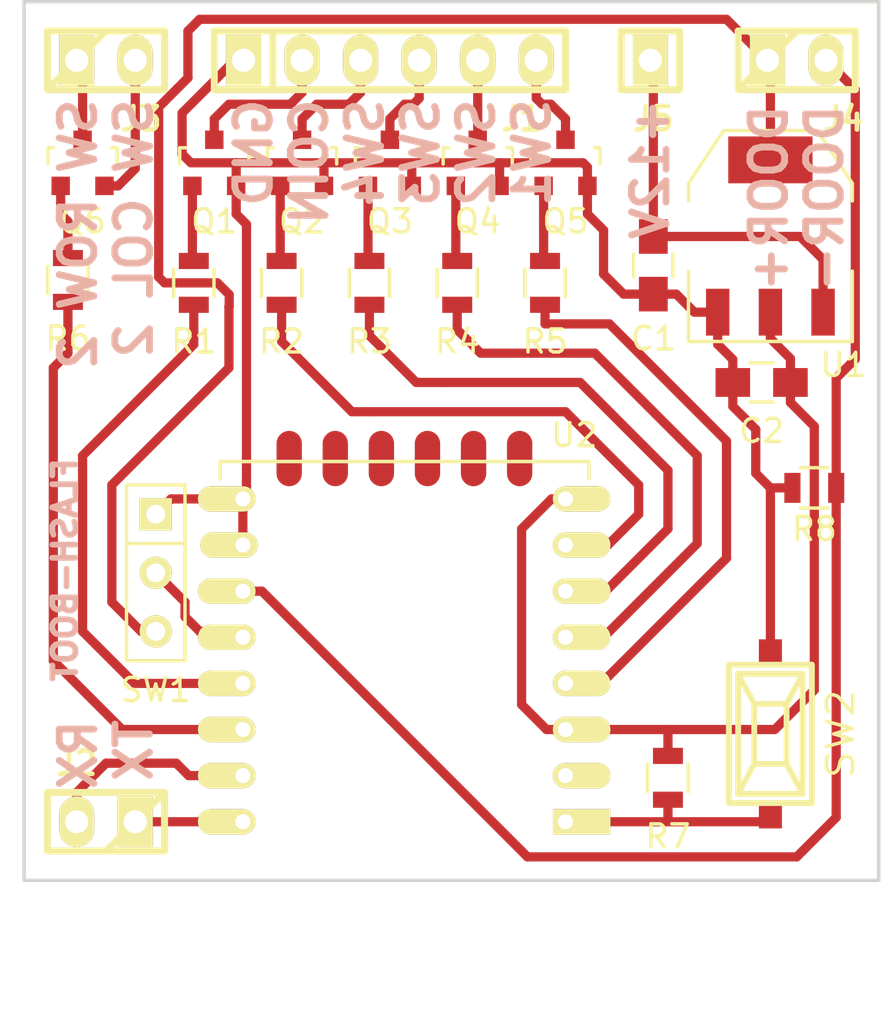
<source format=kicad_pcb>
(kicad_pcb (version 4) (host pcbnew 4.0.4+dfsg1-stable)

  (general
    (links 48)
    (no_connects 1)
    (area -0.075001 -0.075001 37.159001 38.175001)
    (thickness 1.6)
    (drawings 10)
    (tracks 198)
    (zones 0)
    (modules 25)
    (nets 35)
  )

  (page A4)
  (layers
    (0 F.Cu signal)
    (31 B.Cu signal)
    (32 B.Adhes user)
    (33 F.Adhes user)
    (34 B.Paste user)
    (35 F.Paste user)
    (36 B.SilkS user)
    (37 F.SilkS user)
    (38 B.Mask user)
    (39 F.Mask user)
    (40 Dwgs.User user)
    (41 Cmts.User user)
    (42 Eco1.User user)
    (43 Eco2.User user)
    (44 Edge.Cuts user)
    (45 Margin user)
    (46 B.CrtYd user)
    (47 F.CrtYd user)
    (48 B.Fab user)
    (49 F.Fab user)
  )

  (setup
    (last_trace_width 0.4)
    (trace_clearance 0.35)
    (zone_clearance 0.3)
    (zone_45_only yes)
    (trace_min 0.3)
    (segment_width 0.2)
    (edge_width 0.15)
    (via_size 0.65)
    (via_drill 0.4)
    (via_min_size 0.4)
    (via_min_drill 0.3)
    (uvia_size 0.3)
    (uvia_drill 0.1)
    (uvias_allowed no)
    (uvia_min_size 0.2)
    (uvia_min_drill 0.1)
    (pcb_text_width 0.3)
    (pcb_text_size 1.5 1.5)
    (mod_edge_width 0.15)
    (mod_text_size 1 1)
    (mod_text_width 0.15)
    (pad_size 1.524 1.524)
    (pad_drill 0.762)
    (pad_to_mask_clearance 0.2)
    (aux_axis_origin 0 0)
    (visible_elements 7FFEFFFF)
    (pcbplotparams
      (layerselection 0x00030_80000001)
      (usegerberextensions false)
      (excludeedgelayer true)
      (linewidth 0.100000)
      (plotframeref false)
      (viasonmask false)
      (mode 1)
      (useauxorigin false)
      (hpglpennumber 1)
      (hpglpenspeed 20)
      (hpglpendiameter 15)
      (hpglpenoverlay 2)
      (psnegative false)
      (psa4output false)
      (plotreference true)
      (plotvalue true)
      (plotinvisibletext false)
      (padsonsilk false)
      (subtractmaskfromsilk false)
      (outputformat 1)
      (mirror false)
      (drillshape 1)
      (scaleselection 1)
      (outputdirectory ""))
  )

  (net 0 "")
  (net 1 GND)
  (net 2 VCC)
  (net 3 "Net-(J3-Pad2)")
  (net 4 +12V)
  (net 5 "Net-(Q1-Pad1)")
  (net 6 "Net-(Q2-Pad1)")
  (net 7 "Net-(Q3-Pad1)")
  (net 8 "Net-(Q4-Pad1)")
  (net 9 "Net-(Q5-Pad1)")
  (net 10 "Net-(Q6-Pad1)")
  (net 11 /COIN)
  (net 12 /TXD)
  (net 13 /RXD)
  (net 14 "Net-(J3-Pad1)")
  (net 15 "Net-(R1-Pad2)")
  (net 16 "Net-(R2-Pad2)")
  (net 17 "Net-(R3-Pad2)")
  (net 18 "Net-(R4-Pad2)")
  (net 19 "Net-(R5-Pad2)")
  (net 20 FLASH)
  (net 21 "Net-(U2-Pad2)")
  (net 22 "Net-(U2-Pad9)")
  (net 23 "Net-(U2-Pad10)")
  (net 24 "Net-(U2-Pad11)")
  (net 25 "Net-(U2-Pad12)")
  (net 26 "Net-(U2-Pad13)")
  (net 27 "Net-(U2-Pad14)")
  (net 28 /Pinball-SW4)
  (net 29 /Pinball-SW3)
  (net 30 /Pinball-SW2)
  (net 31 /Pinball-SW1)
  (net 32 "Net-(R7-Pad2)")
  (net 33 "Net-(R6-Pad2)")
  (net 34 DOOR-SW)

  (net_class Default "This is the default net class."
    (clearance 0.35)
    (trace_width 0.4)
    (via_dia 0.65)
    (via_drill 0.4)
    (uvia_dia 0.3)
    (uvia_drill 0.1)
    (add_net /COIN)
    (add_net /Pinball-SW1)
    (add_net /Pinball-SW2)
    (add_net /Pinball-SW3)
    (add_net /Pinball-SW4)
    (add_net /RXD)
    (add_net /TXD)
    (add_net DOOR-SW)
    (add_net FLASH)
    (add_net "Net-(J3-Pad1)")
    (add_net "Net-(J3-Pad2)")
    (add_net "Net-(Q1-Pad1)")
    (add_net "Net-(Q2-Pad1)")
    (add_net "Net-(Q3-Pad1)")
    (add_net "Net-(Q4-Pad1)")
    (add_net "Net-(Q5-Pad1)")
    (add_net "Net-(Q6-Pad1)")
    (add_net "Net-(R1-Pad2)")
    (add_net "Net-(R2-Pad2)")
    (add_net "Net-(R3-Pad2)")
    (add_net "Net-(R4-Pad2)")
    (add_net "Net-(R5-Pad2)")
    (add_net "Net-(R6-Pad2)")
    (add_net "Net-(R7-Pad2)")
    (add_net "Net-(U2-Pad10)")
    (add_net "Net-(U2-Pad11)")
    (add_net "Net-(U2-Pad12)")
    (add_net "Net-(U2-Pad13)")
    (add_net "Net-(U2-Pad14)")
    (add_net "Net-(U2-Pad2)")
    (add_net "Net-(U2-Pad9)")
  )

  (net_class GND ""
    (clearance 0.35)
    (trace_width 0.4)
    (via_dia 0.65)
    (via_drill 0.4)
    (uvia_dia 0.3)
    (uvia_drill 0.1)
    (add_net GND)
  )

  (net_class Orange ""
    (clearance 0.35)
    (trace_width 0.4)
    (via_dia 0.65)
    (via_drill 0.4)
    (uvia_dia 0.3)
    (uvia_drill 0.1)
  )

  (net_class VCC ""
    (clearance 0.35)
    (trace_width 0.4)
    (via_dia 0.65)
    (via_drill 0.4)
    (uvia_dia 0.3)
    (uvia_drill 0.1)
    (add_net +12V)
    (add_net VCC)
  )

  (module TO_SOT_Packages_SMD:SOT-23 (layer F.Cu) (tedit 583E00F3) (tstamp 583DF4DA)
    (at 15.875 6.985)
    (descr "SOT-23, Standard")
    (tags SOT-23)
    (path /582F5A20)
    (attr smd)
    (fp_text reference Q3 (at 0 2.54) (layer F.SilkS)
      (effects (font (size 1 1) (thickness 0.15)))
    )
    (fp_text value NPN_BEC (at 0 2.3) (layer F.Fab)
      (effects (font (size 1 1) (thickness 0.15)))
    )
    (fp_line (start -1.65 -1.6) (end 1.65 -1.6) (layer F.CrtYd) (width 0.05))
    (fp_line (start 1.65 -1.6) (end 1.65 1.6) (layer F.CrtYd) (width 0.05))
    (fp_line (start 1.65 1.6) (end -1.65 1.6) (layer F.CrtYd) (width 0.05))
    (fp_line (start -1.65 1.6) (end -1.65 -1.6) (layer F.CrtYd) (width 0.05))
    (fp_line (start 1.29916 -0.65024) (end 1.2509 -0.65024) (layer F.SilkS) (width 0.15))
    (fp_line (start -1.49982 0.0508) (end -1.49982 -0.65024) (layer F.SilkS) (width 0.15))
    (fp_line (start -1.49982 -0.65024) (end -1.2509 -0.65024) (layer F.SilkS) (width 0.15))
    (fp_line (start 1.29916 -0.65024) (end 1.49982 -0.65024) (layer F.SilkS) (width 0.15))
    (fp_line (start 1.49982 -0.65024) (end 1.49982 0.0508) (layer F.SilkS) (width 0.15))
    (pad 1 smd rect (at -0.95 1.00076) (size 0.8001 0.8001) (layers F.Cu F.Paste F.Mask)
      (net 7 "Net-(Q3-Pad1)"))
    (pad 2 smd rect (at 0.95 1.00076) (size 0.8001 0.8001) (layers F.Cu F.Paste F.Mask)
      (net 1 GND))
    (pad 3 smd rect (at 0 -0.99822) (size 0.8001 0.8001) (layers F.Cu F.Paste F.Mask)
      (net 29 /Pinball-SW3))
    (model TO_SOT_Packages_SMD.3dshapes/SOT-23.wrl
      (at (xyz 0 0 0))
      (scale (xyz 1 1 1))
      (rotate (xyz 0 0 0))
    )
  )

  (module TO_SOT_Packages_SMD:SOT-23 (layer F.Cu) (tedit 583E00F1) (tstamp 583DF4D4)
    (at 12.065 6.985)
    (descr "SOT-23, Standard")
    (tags SOT-23)
    (path /582F5AF2)
    (attr smd)
    (fp_text reference Q2 (at 0 2.54) (layer F.SilkS)
      (effects (font (size 1 1) (thickness 0.15)))
    )
    (fp_text value NPN_BEC (at 0 2.3) (layer F.Fab)
      (effects (font (size 1 1) (thickness 0.15)))
    )
    (fp_line (start -1.65 -1.6) (end 1.65 -1.6) (layer F.CrtYd) (width 0.05))
    (fp_line (start 1.65 -1.6) (end 1.65 1.6) (layer F.CrtYd) (width 0.05))
    (fp_line (start 1.65 1.6) (end -1.65 1.6) (layer F.CrtYd) (width 0.05))
    (fp_line (start -1.65 1.6) (end -1.65 -1.6) (layer F.CrtYd) (width 0.05))
    (fp_line (start 1.29916 -0.65024) (end 1.2509 -0.65024) (layer F.SilkS) (width 0.15))
    (fp_line (start -1.49982 0.0508) (end -1.49982 -0.65024) (layer F.SilkS) (width 0.15))
    (fp_line (start -1.49982 -0.65024) (end -1.2509 -0.65024) (layer F.SilkS) (width 0.15))
    (fp_line (start 1.29916 -0.65024) (end 1.49982 -0.65024) (layer F.SilkS) (width 0.15))
    (fp_line (start 1.49982 -0.65024) (end 1.49982 0.0508) (layer F.SilkS) (width 0.15))
    (pad 1 smd rect (at -0.95 1.00076) (size 0.8001 0.8001) (layers F.Cu F.Paste F.Mask)
      (net 6 "Net-(Q2-Pad1)"))
    (pad 2 smd rect (at 0.95 1.00076) (size 0.8001 0.8001) (layers F.Cu F.Paste F.Mask)
      (net 1 GND))
    (pad 3 smd rect (at 0 -0.99822) (size 0.8001 0.8001) (layers F.Cu F.Paste F.Mask)
      (net 28 /Pinball-SW4))
    (model TO_SOT_Packages_SMD.3dshapes/SOT-23.wrl
      (at (xyz 0 0 0))
      (scale (xyz 1 1 1))
      (rotate (xyz 0 0 0))
    )
  )

  (module TO_SOT_Packages_SMD:SOT-23 (layer F.Cu) (tedit 583E00EE) (tstamp 583DF4CE)
    (at 8.255 6.985)
    (descr "SOT-23, Standard")
    (tags SOT-23)
    (path /582F5CC9)
    (attr smd)
    (fp_text reference Q1 (at 0 2.54) (layer F.SilkS)
      (effects (font (size 1 1) (thickness 0.15)))
    )
    (fp_text value NPN_BEC (at 0 2.3) (layer F.Fab)
      (effects (font (size 1 1) (thickness 0.15)))
    )
    (fp_line (start -1.65 -1.6) (end 1.65 -1.6) (layer F.CrtYd) (width 0.05))
    (fp_line (start 1.65 -1.6) (end 1.65 1.6) (layer F.CrtYd) (width 0.05))
    (fp_line (start 1.65 1.6) (end -1.65 1.6) (layer F.CrtYd) (width 0.05))
    (fp_line (start -1.65 1.6) (end -1.65 -1.6) (layer F.CrtYd) (width 0.05))
    (fp_line (start 1.29916 -0.65024) (end 1.2509 -0.65024) (layer F.SilkS) (width 0.15))
    (fp_line (start -1.49982 0.0508) (end -1.49982 -0.65024) (layer F.SilkS) (width 0.15))
    (fp_line (start -1.49982 -0.65024) (end -1.2509 -0.65024) (layer F.SilkS) (width 0.15))
    (fp_line (start 1.29916 -0.65024) (end 1.49982 -0.65024) (layer F.SilkS) (width 0.15))
    (fp_line (start 1.49982 -0.65024) (end 1.49982 0.0508) (layer F.SilkS) (width 0.15))
    (pad 1 smd rect (at -0.95 1.00076) (size 0.8001 0.8001) (layers F.Cu F.Paste F.Mask)
      (net 5 "Net-(Q1-Pad1)"))
    (pad 2 smd rect (at 0.95 1.00076) (size 0.8001 0.8001) (layers F.Cu F.Paste F.Mask)
      (net 1 GND))
    (pad 3 smd rect (at 0 -0.99822) (size 0.8001 0.8001) (layers F.Cu F.Paste F.Mask)
      (net 11 /COIN))
    (model TO_SOT_Packages_SMD.3dshapes/SOT-23.wrl
      (at (xyz 0 0 0))
      (scale (xyz 1 1 1))
      (rotate (xyz 0 0 0))
    )
  )

  (module TO_SOT_Packages_SMD:SOT-223 (layer F.Cu) (tedit 583EF0E9) (tstamp 5836CC1F)
    (at 32.385 10.16)
    (descr "module CMS SOT223 4 pins")
    (tags "CMS SOT")
    (path /582DE7D0)
    (attr smd)
    (fp_text reference U1 (at 3.175 5.588) (layer F.SilkS)
      (effects (font (size 1 1) (thickness 0.15)))
    )
    (fp_text value LM1117-3.3 (at 0 0.762) (layer F.Fab)
      (effects (font (size 1 1) (thickness 0.15)))
    )
    (fp_line (start -3.556 1.524) (end -3.556 4.572) (layer F.SilkS) (width 0.15))
    (fp_line (start -3.556 4.572) (end 3.556 4.572) (layer F.SilkS) (width 0.15))
    (fp_line (start 3.556 4.572) (end 3.556 1.524) (layer F.SilkS) (width 0.15))
    (fp_line (start -3.556 -1.524) (end -3.556 -2.286) (layer F.SilkS) (width 0.15))
    (fp_line (start -3.556 -2.286) (end -2.032 -4.572) (layer F.SilkS) (width 0.15))
    (fp_line (start -2.032 -4.572) (end 2.032 -4.572) (layer F.SilkS) (width 0.15))
    (fp_line (start 2.032 -4.572) (end 3.556 -2.286) (layer F.SilkS) (width 0.15))
    (fp_line (start 3.556 -2.286) (end 3.556 -1.524) (layer F.SilkS) (width 0.15))
    (pad 4 smd rect (at 0 -3.302) (size 3.6576 2.032) (layers F.Cu F.Paste F.Mask)
      (net 2 VCC))
    (pad 2 smd rect (at 0 3.302) (size 1.016 2.032) (layers F.Cu F.Paste F.Mask)
      (net 2 VCC))
    (pad 3 smd rect (at 2.286 3.302) (size 1.016 2.032) (layers F.Cu F.Paste F.Mask)
      (net 4 +12V))
    (pad 1 smd rect (at -2.286 3.302) (size 1.016 2.032) (layers F.Cu F.Paste F.Mask)
      (net 1 GND))
    (model TO_SOT_Packages_SMD.3dshapes/SOT-223.wrl
      (at (xyz 0 0 0))
      (scale (xyz 0.4 0.4 0.4))
      (rotate (xyz 0 0 0))
    )
  )

  (module Capacitors_SMD:C_0805_HandSoldering (layer F.Cu) (tedit 583E00E1) (tstamp 5836CBA0)
    (at 27.305 11.43 270)
    (descr "Capacitor SMD 0805, hand soldering")
    (tags "capacitor 0805")
    (path /582E7E47)
    (attr smd)
    (fp_text reference C1 (at 3.175 0 360) (layer F.SilkS)
      (effects (font (size 1 1) (thickness 0.15)))
    )
    (fp_text value 10uF (at 0 2.1 270) (layer F.Fab)
      (effects (font (size 1 1) (thickness 0.15)))
    )
    (fp_line (start -2.3 -1) (end 2.3 -1) (layer F.CrtYd) (width 0.05))
    (fp_line (start -2.3 1) (end 2.3 1) (layer F.CrtYd) (width 0.05))
    (fp_line (start -2.3 -1) (end -2.3 1) (layer F.CrtYd) (width 0.05))
    (fp_line (start 2.3 -1) (end 2.3 1) (layer F.CrtYd) (width 0.05))
    (fp_line (start 0.5 -0.85) (end -0.5 -0.85) (layer F.SilkS) (width 0.15))
    (fp_line (start -0.5 0.85) (end 0.5 0.85) (layer F.SilkS) (width 0.15))
    (pad 1 smd rect (at -1.25 0 270) (size 1.5 1.25) (layers F.Cu F.Paste F.Mask)
      (net 4 +12V))
    (pad 2 smd rect (at 1.25 0 270) (size 1.5 1.25) (layers F.Cu F.Paste F.Mask)
      (net 1 GND))
    (model Capacitors_SMD.3dshapes/C_0805_HandSoldering.wrl
      (at (xyz 0 0 0))
      (scale (xyz 1 1 1))
      (rotate (xyz 0 0 0))
    )
  )

  (module w_pin_strip:pin_strip_6 (layer F.Cu) (tedit 583EE692) (tstamp 5836CBAA)
    (at 15.875 2.54)
    (descr "Pin strip 6pin")
    (tags "CONN DEV")
    (path /58370BD7)
    (fp_text reference J1 (at 5.715 2.54) (layer F.SilkS)
      (effects (font (size 1.016 1.016) (thickness 0.2032)))
    )
    (fp_text value "Pinball I/O" (at 0.254 -3.556) (layer F.SilkS) hide
      (effects (font (size 1.016 0.889) (thickness 0.2032)))
    )
    (fp_line (start -5.08 -1.27) (end -5.08 1.27) (layer F.SilkS) (width 0.3048))
    (fp_line (start -7.62 1.27) (end -7.62 -1.27) (layer F.SilkS) (width 0.3048))
    (fp_line (start -7.62 -1.27) (end 7.62 -1.27) (layer F.SilkS) (width 0.3048))
    (fp_line (start 7.62 -1.27) (end 7.62 1.27) (layer F.SilkS) (width 0.3048))
    (fp_line (start 7.62 1.27) (end -7.62 1.27) (layer F.SilkS) (width 0.3048))
    (pad 1 thru_hole rect (at -6.35 0) (size 1.524 2.19964) (drill 1.00076) (layers *.Cu *.Mask F.SilkS)
      (net 1 GND))
    (pad 2 thru_hole oval (at -3.81 0) (size 1.524 2.19964) (drill 1.00076) (layers *.Cu *.Mask F.SilkS)
      (net 11 /COIN))
    (pad 3 thru_hole oval (at -1.27 0) (size 1.524 2.19964) (drill 1.00076) (layers *.Cu *.Mask F.SilkS)
      (net 28 /Pinball-SW4))
    (pad 4 thru_hole oval (at 1.27 0) (size 1.524 2.19964) (drill 1.00076) (layers *.Cu *.Mask F.SilkS)
      (net 29 /Pinball-SW3))
    (pad 5 thru_hole oval (at 3.81 0) (size 1.524 2.19964) (drill 1.00076) (layers *.Cu *.Mask F.SilkS)
      (net 30 /Pinball-SW2))
    (pad 6 thru_hole oval (at 6.35 0) (size 1.524 2.19964) (drill 1.00076) (layers *.Cu *.Mask F.SilkS)
      (net 31 /Pinball-SW1))
    (model walter/pin_strip/pin_strip_6.wrl
      (at (xyz 0 0 0))
      (scale (xyz 1 1 1))
      (rotate (xyz 0 0 0))
    )
  )

  (module w_pin_strip:pin_strip_2 (layer F.Cu) (tedit 583DFF6C) (tstamp 5836CBB0)
    (at 3.556 35.56 180)
    (descr "Pin strip 2pin")
    (tags "CONN DEV")
    (path /58363652)
    (fp_text reference J2 (at 1.27 2.54 180) (layer F.SilkS)
      (effects (font (size 1.016 1.016) (thickness 0.2032)))
    )
    (fp_text value UART (at 0.254 -3.556 180) (layer F.SilkS) hide
      (effects (font (size 1.016 0.889) (thickness 0.2032)))
    )
    (fp_line (start -2.54 1.27) (end 0 -1.27) (layer F.SilkS) (width 0.3048))
    (fp_line (start 2.54 1.27) (end -2.54 1.27) (layer F.SilkS) (width 0.3048))
    (fp_line (start -2.54 -1.27) (end 2.54 -1.27) (layer F.SilkS) (width 0.3048))
    (fp_line (start -2.54 1.27) (end -2.54 -1.27) (layer F.SilkS) (width 0.3048))
    (fp_line (start 2.54 -1.27) (end 2.54 1.27) (layer F.SilkS) (width 0.3048))
    (pad 1 thru_hole rect (at -1.27 0 180) (size 1.524 2.19964) (drill 1.00076) (layers *.Cu *.Mask F.SilkS)
      (net 12 /TXD))
    (pad 2 thru_hole oval (at 1.27 0 180) (size 1.524 2.19964) (drill 1.00076) (layers *.Cu *.Mask F.SilkS)
      (net 13 /RXD))
    (model walter/pin_strip/pin_strip_2.wrl
      (at (xyz 0 0 0))
      (scale (xyz 1 1 1))
      (rotate (xyz 0 0 0))
    )
  )

  (module w_pin_strip:pin_strip_2 (layer F.Cu) (tedit 583EE6BC) (tstamp 5836CBB6)
    (at 3.556 2.54)
    (descr "Pin strip 2pin")
    (tags "CONN DEV")
    (path /583678CE)
    (fp_text reference J3 (at 1.524 2.54) (layer F.SilkS)
      (effects (font (size 1.016 1.016) (thickness 0.2032)))
    )
    (fp_text value DOOR-IO (at 0.254 -3.556) (layer F.SilkS) hide
      (effects (font (size 1.016 0.889) (thickness 0.2032)))
    )
    (fp_line (start -2.54 1.27) (end 0 -1.27) (layer F.SilkS) (width 0.3048))
    (fp_line (start 2.54 1.27) (end -2.54 1.27) (layer F.SilkS) (width 0.3048))
    (fp_line (start -2.54 -1.27) (end 2.54 -1.27) (layer F.SilkS) (width 0.3048))
    (fp_line (start -2.54 1.27) (end -2.54 -1.27) (layer F.SilkS) (width 0.3048))
    (fp_line (start 2.54 -1.27) (end 2.54 1.27) (layer F.SilkS) (width 0.3048))
    (pad 1 thru_hole rect (at -1.27 0) (size 1.524 2.19964) (drill 1.00076) (layers *.Cu *.Mask F.SilkS)
      (net 14 "Net-(J3-Pad1)"))
    (pad 2 thru_hole oval (at 1.27 0) (size 1.524 2.19964) (drill 1.00076) (layers *.Cu *.Mask F.SilkS)
      (net 3 "Net-(J3-Pad2)"))
    (model walter/pin_strip/pin_strip_2.wrl
      (at (xyz 0 0 0))
      (scale (xyz 1 1 1))
      (rotate (xyz 0 0 0))
    )
  )

  (module Buttons_Switches_ThroughHole:SW_Micro_SPST (layer F.Cu) (tedit 5836D14A) (tstamp 5836CC11)
    (at 5.715 24.765 270)
    (tags "Switch Micro SPST")
    (path /58372ADB)
    (fp_text reference SW1 (at 5.08 0 360) (layer F.SilkS)
      (effects (font (size 1 1) (thickness 0.15)))
    )
    (fp_text value FLASH (at 0.025 2.45 270) (layer F.Fab)
      (effects (font (size 1 1) (thickness 0.15)))
    )
    (fp_line (start -3.81 1.27) (end -3.81 -1.27) (layer F.SilkS) (width 0.15))
    (fp_line (start -3.81 -1.27) (end 3.81 -1.27) (layer F.SilkS) (width 0.15))
    (fp_line (start 3.81 -1.27) (end 3.81 1.27) (layer F.SilkS) (width 0.15))
    (fp_line (start 3.81 1.27) (end -3.81 1.27) (layer F.SilkS) (width 0.15))
    (fp_line (start -1.27 -1.27) (end -1.27 1.27) (layer F.SilkS) (width 0.15))
    (pad 1 thru_hole rect (at -2.54 0 270) (size 1.397 1.397) (drill 0.8128) (layers *.Cu *.Mask F.SilkS)
      (net 1 GND))
    (pad 2 thru_hole circle (at 0 0 270) (size 1.397 1.397) (drill 0.8128) (layers *.Cu *.Mask F.SilkS)
      (net 20 FLASH))
    (pad 3 thru_hole circle (at 2.54 0 270) (size 1.397 1.397) (drill 0.8128) (layers *.Cu *.Mask F.SilkS)
      (net 2 VCC))
    (model walter/switch/switch_mmp122-r.wrl
      (at (xyz 0 0 0))
      (scale (xyz 1 1 1))
      (rotate (xyz 0 0 0))
    )
  )

  (module w_pin_strip:pin_strip_2 (layer F.Cu) (tedit 583EE6B4) (tstamp 5836F1D4)
    (at 33.528 2.54)
    (descr "Pin strip 2pin")
    (tags "CONN DEV")
    (path /583704F2)
    (fp_text reference J4 (at 2.032 2.54 180) (layer F.SilkS)
      (effects (font (size 1.016 1.016) (thickness 0.2032)))
    )
    (fp_text value DOOR-SW (at 0.254 -3.556) (layer F.SilkS) hide
      (effects (font (size 1.016 0.889) (thickness 0.2032)))
    )
    (fp_line (start -2.54 1.27) (end 0 -1.27) (layer F.SilkS) (width 0.3048))
    (fp_line (start 2.54 1.27) (end -2.54 1.27) (layer F.SilkS) (width 0.3048))
    (fp_line (start -2.54 -1.27) (end 2.54 -1.27) (layer F.SilkS) (width 0.3048))
    (fp_line (start -2.54 1.27) (end -2.54 -1.27) (layer F.SilkS) (width 0.3048))
    (fp_line (start 2.54 -1.27) (end 2.54 1.27) (layer F.SilkS) (width 0.3048))
    (pad 1 thru_hole rect (at -1.27 0) (size 1.524 2.19964) (drill 1.00076) (layers *.Cu *.Mask F.SilkS)
      (net 2 VCC))
    (pad 2 thru_hole oval (at 1.27 0) (size 1.524 2.19964) (drill 1.00076) (layers *.Cu *.Mask F.SilkS)
      (net 34 DOOR-SW))
    (model walter/pin_strip/pin_strip_2.wrl
      (at (xyz 0 0 0))
      (scale (xyz 1 1 1))
      (rotate (xyz 0 0 0))
    )
  )

  (module w_switch:smd_push (layer F.Cu) (tedit 583EF0C3) (tstamp 5837361E)
    (at 32.385 31.75 90)
    (descr "SMD Pushbutton")
    (path /58366CB2)
    (autoplace_cost180 10)
    (fp_text reference SW2 (at 0 3.048 90) (layer F.SilkS)
      (effects (font (size 1.143 1.27) (thickness 0.1524)))
    )
    (fp_text value "" (at 0 2.79908 90) (layer F.SilkS)
      (effects (font (size 1.143 1.27) (thickness 0.1524)))
    )
    (fp_line (start 1.30048 -0.70104) (end 2.60096 -1.39954) (layer F.SilkS) (width 0.254))
    (fp_line (start 1.30048 0.70104) (end 2.60096 1.39954) (layer F.SilkS) (width 0.254))
    (fp_line (start -1.30048 0.70104) (end -2.60096 1.39954) (layer F.SilkS) (width 0.254))
    (fp_line (start -2.60096 -1.39954) (end -1.30048 -0.70104) (layer F.SilkS) (width 0.254))
    (fp_line (start -2.60096 -1.39954) (end 2.60096 -1.39954) (layer F.SilkS) (width 0.254))
    (fp_line (start 2.60096 -1.39954) (end 2.60096 1.39954) (layer F.SilkS) (width 0.254))
    (fp_line (start 2.60096 1.39954) (end -2.60096 1.39954) (layer F.SilkS) (width 0.254))
    (fp_line (start -2.60096 1.39954) (end -2.60096 -1.39954) (layer F.SilkS) (width 0.254))
    (fp_line (start -1.30048 -0.70104) (end 1.30048 -0.70104) (layer F.SilkS) (width 0.254))
    (fp_line (start 1.30048 -0.70104) (end 1.30048 0.70104) (layer F.SilkS) (width 0.254))
    (fp_line (start 1.30048 0.70104) (end -1.30048 0.70104) (layer F.SilkS) (width 0.254))
    (fp_line (start -1.30048 0.70104) (end -1.30048 -0.70104) (layer F.SilkS) (width 0.254))
    (fp_line (start -2.99974 -1.80086) (end 2.99974 -1.80086) (layer F.SilkS) (width 0.254))
    (fp_line (start 2.99974 -1.80086) (end 2.99974 1.80086) (layer F.SilkS) (width 0.254))
    (fp_line (start 2.99974 1.80086) (end -2.99974 1.80086) (layer F.SilkS) (width 0.254))
    (fp_line (start -2.99974 1.80086) (end -2.99974 -1.80086) (layer F.SilkS) (width 0.254))
    (pad 1 smd rect (at -3.59918 0 90) (size 1.00076 1.00076) (layers F.Cu F.Paste F.Mask)
      (net 32 "Net-(R7-Pad2)"))
    (pad 2 smd rect (at 3.59918 0 90) (size 1.00076 1.00076) (layers F.Cu F.Paste F.Mask)
      (net 1 GND))
    (model walter/switch/smd_push.wrl
      (at (xyz 0 0 0))
      (scale (xyz 1 1 1))
      (rotate (xyz 0 0 0))
    )
  )

  (module Resistors_SMD:R_0805 (layer F.Cu) (tedit 583E00CD) (tstamp 583DF3CE)
    (at 7.366 12.192 270)
    (descr "Resistor SMD 0805, reflow soldering, Vishay (see dcrcw.pdf)")
    (tags "resistor 0805")
    (path /582E6E59)
    (attr smd)
    (fp_text reference R1 (at 2.54 0 360) (layer F.SilkS)
      (effects (font (size 1 1) (thickness 0.15)))
    )
    (fp_text value 1kΩ (at 0 2.1 270) (layer F.Fab)
      (effects (font (size 1 1) (thickness 0.15)))
    )
    (fp_line (start -1.6 -1) (end 1.6 -1) (layer F.CrtYd) (width 0.05))
    (fp_line (start -1.6 1) (end 1.6 1) (layer F.CrtYd) (width 0.05))
    (fp_line (start -1.6 -1) (end -1.6 1) (layer F.CrtYd) (width 0.05))
    (fp_line (start 1.6 -1) (end 1.6 1) (layer F.CrtYd) (width 0.05))
    (fp_line (start 0.6 0.875) (end -0.6 0.875) (layer F.SilkS) (width 0.15))
    (fp_line (start -0.6 -0.875) (end 0.6 -0.875) (layer F.SilkS) (width 0.15))
    (pad 1 smd rect (at -0.95 0 270) (size 0.7 1.3) (layers F.Cu F.Paste F.Mask)
      (net 5 "Net-(Q1-Pad1)"))
    (pad 2 smd rect (at 0.95 0 270) (size 0.7 1.3) (layers F.Cu F.Paste F.Mask)
      (net 15 "Net-(R1-Pad2)"))
    (model Resistors_SMD.3dshapes/R_0805.wrl
      (at (xyz 0 0 0))
      (scale (xyz 1 1 1))
      (rotate (xyz 0 0 0))
    )
  )

  (module Resistors_SMD:R_0805 (layer F.Cu) (tedit 583E00D1) (tstamp 583DF3D3)
    (at 11.176 12.192 270)
    (descr "Resistor SMD 0805, reflow soldering, Vishay (see dcrcw.pdf)")
    (tags "resistor 0805")
    (path /582E36A7)
    (attr smd)
    (fp_text reference R2 (at 2.54 0 360) (layer F.SilkS)
      (effects (font (size 1 1) (thickness 0.15)))
    )
    (fp_text value 1kΩ (at 0 2.1 270) (layer F.Fab)
      (effects (font (size 1 1) (thickness 0.15)))
    )
    (fp_line (start -1.6 -1) (end 1.6 -1) (layer F.CrtYd) (width 0.05))
    (fp_line (start -1.6 1) (end 1.6 1) (layer F.CrtYd) (width 0.05))
    (fp_line (start -1.6 -1) (end -1.6 1) (layer F.CrtYd) (width 0.05))
    (fp_line (start 1.6 -1) (end 1.6 1) (layer F.CrtYd) (width 0.05))
    (fp_line (start 0.6 0.875) (end -0.6 0.875) (layer F.SilkS) (width 0.15))
    (fp_line (start -0.6 -0.875) (end 0.6 -0.875) (layer F.SilkS) (width 0.15))
    (pad 1 smd rect (at -0.95 0 270) (size 0.7 1.3) (layers F.Cu F.Paste F.Mask)
      (net 6 "Net-(Q2-Pad1)"))
    (pad 2 smd rect (at 0.95 0 270) (size 0.7 1.3) (layers F.Cu F.Paste F.Mask)
      (net 16 "Net-(R2-Pad2)"))
    (model Resistors_SMD.3dshapes/R_0805.wrl
      (at (xyz 0 0 0))
      (scale (xyz 1 1 1))
      (rotate (xyz 0 0 0))
    )
  )

  (module Resistors_SMD:R_0805 (layer F.Cu) (tedit 583E00D4) (tstamp 583DF3D8)
    (at 14.986 12.192 270)
    (descr "Resistor SMD 0805, reflow soldering, Vishay (see dcrcw.pdf)")
    (tags "resistor 0805")
    (path /582E3758)
    (attr smd)
    (fp_text reference R3 (at 2.54 0 360) (layer F.SilkS)
      (effects (font (size 1 1) (thickness 0.15)))
    )
    (fp_text value 1kΩ (at 0 2.1 270) (layer F.Fab)
      (effects (font (size 1 1) (thickness 0.15)))
    )
    (fp_line (start -1.6 -1) (end 1.6 -1) (layer F.CrtYd) (width 0.05))
    (fp_line (start -1.6 1) (end 1.6 1) (layer F.CrtYd) (width 0.05))
    (fp_line (start -1.6 -1) (end -1.6 1) (layer F.CrtYd) (width 0.05))
    (fp_line (start 1.6 -1) (end 1.6 1) (layer F.CrtYd) (width 0.05))
    (fp_line (start 0.6 0.875) (end -0.6 0.875) (layer F.SilkS) (width 0.15))
    (fp_line (start -0.6 -0.875) (end 0.6 -0.875) (layer F.SilkS) (width 0.15))
    (pad 1 smd rect (at -0.95 0 270) (size 0.7 1.3) (layers F.Cu F.Paste F.Mask)
      (net 7 "Net-(Q3-Pad1)"))
    (pad 2 smd rect (at 0.95 0 270) (size 0.7 1.3) (layers F.Cu F.Paste F.Mask)
      (net 17 "Net-(R3-Pad2)"))
    (model Resistors_SMD.3dshapes/R_0805.wrl
      (at (xyz 0 0 0))
      (scale (xyz 1 1 1))
      (rotate (xyz 0 0 0))
    )
  )

  (module Resistors_SMD:R_0805 (layer F.Cu) (tedit 583E00D7) (tstamp 583DF3DD)
    (at 18.796 12.192 270)
    (descr "Resistor SMD 0805, reflow soldering, Vishay (see dcrcw.pdf)")
    (tags "resistor 0805")
    (path /582E37AD)
    (attr smd)
    (fp_text reference R4 (at 2.54 0 360) (layer F.SilkS)
      (effects (font (size 1 1) (thickness 0.15)))
    )
    (fp_text value 1kΩ (at 0 2.1 270) (layer F.Fab)
      (effects (font (size 1 1) (thickness 0.15)))
    )
    (fp_line (start -1.6 -1) (end 1.6 -1) (layer F.CrtYd) (width 0.05))
    (fp_line (start -1.6 1) (end 1.6 1) (layer F.CrtYd) (width 0.05))
    (fp_line (start -1.6 -1) (end -1.6 1) (layer F.CrtYd) (width 0.05))
    (fp_line (start 1.6 -1) (end 1.6 1) (layer F.CrtYd) (width 0.05))
    (fp_line (start 0.6 0.875) (end -0.6 0.875) (layer F.SilkS) (width 0.15))
    (fp_line (start -0.6 -0.875) (end 0.6 -0.875) (layer F.SilkS) (width 0.15))
    (pad 1 smd rect (at -0.95 0 270) (size 0.7 1.3) (layers F.Cu F.Paste F.Mask)
      (net 8 "Net-(Q4-Pad1)"))
    (pad 2 smd rect (at 0.95 0 270) (size 0.7 1.3) (layers F.Cu F.Paste F.Mask)
      (net 18 "Net-(R4-Pad2)"))
    (model Resistors_SMD.3dshapes/R_0805.wrl
      (at (xyz 0 0 0))
      (scale (xyz 1 1 1))
      (rotate (xyz 0 0 0))
    )
  )

  (module Resistors_SMD:R_0805 (layer F.Cu) (tedit 583E00DB) (tstamp 583DF3E2)
    (at 22.606 12.192 270)
    (descr "Resistor SMD 0805, reflow soldering, Vishay (see dcrcw.pdf)")
    (tags "resistor 0805")
    (path /582E380A)
    (attr smd)
    (fp_text reference R5 (at 2.54 0 360) (layer F.SilkS)
      (effects (font (size 1 1) (thickness 0.15)))
    )
    (fp_text value 1kΩ (at 0 2.1 270) (layer F.Fab)
      (effects (font (size 1 1) (thickness 0.15)))
    )
    (fp_line (start -1.6 -1) (end 1.6 -1) (layer F.CrtYd) (width 0.05))
    (fp_line (start -1.6 1) (end 1.6 1) (layer F.CrtYd) (width 0.05))
    (fp_line (start -1.6 -1) (end -1.6 1) (layer F.CrtYd) (width 0.05))
    (fp_line (start 1.6 -1) (end 1.6 1) (layer F.CrtYd) (width 0.05))
    (fp_line (start 0.6 0.875) (end -0.6 0.875) (layer F.SilkS) (width 0.15))
    (fp_line (start -0.6 -0.875) (end 0.6 -0.875) (layer F.SilkS) (width 0.15))
    (pad 1 smd rect (at -0.95 0 270) (size 0.7 1.3) (layers F.Cu F.Paste F.Mask)
      (net 9 "Net-(Q5-Pad1)"))
    (pad 2 smd rect (at 0.95 0 270) (size 0.7 1.3) (layers F.Cu F.Paste F.Mask)
      (net 19 "Net-(R5-Pad2)"))
    (model Resistors_SMD.3dshapes/R_0805.wrl
      (at (xyz 0 0 0))
      (scale (xyz 1 1 1))
      (rotate (xyz 0 0 0))
    )
  )

  (module Resistors_SMD:R_0805 (layer F.Cu) (tedit 583E00C8) (tstamp 583DF3E7)
    (at 1.905 12.065 270)
    (descr "Resistor SMD 0805, reflow soldering, Vishay (see dcrcw.pdf)")
    (tags "resistor 0805")
    (path /582E6D52)
    (attr smd)
    (fp_text reference R6 (at 2.54 0 360) (layer F.SilkS)
      (effects (font (size 1 1) (thickness 0.15)))
    )
    (fp_text value 1kΩ (at 0 2.1 270) (layer F.Fab)
      (effects (font (size 1 1) (thickness 0.15)))
    )
    (fp_line (start -1.6 -1) (end 1.6 -1) (layer F.CrtYd) (width 0.05))
    (fp_line (start -1.6 1) (end 1.6 1) (layer F.CrtYd) (width 0.05))
    (fp_line (start -1.6 -1) (end -1.6 1) (layer F.CrtYd) (width 0.05))
    (fp_line (start 1.6 -1) (end 1.6 1) (layer F.CrtYd) (width 0.05))
    (fp_line (start 0.6 0.875) (end -0.6 0.875) (layer F.SilkS) (width 0.15))
    (fp_line (start -0.6 -0.875) (end 0.6 -0.875) (layer F.SilkS) (width 0.15))
    (pad 1 smd rect (at -0.95 0 270) (size 0.7 1.3) (layers F.Cu F.Paste F.Mask)
      (net 10 "Net-(Q6-Pad1)"))
    (pad 2 smd rect (at 0.95 0 270) (size 0.7 1.3) (layers F.Cu F.Paste F.Mask)
      (net 33 "Net-(R6-Pad2)"))
    (model Resistors_SMD.3dshapes/R_0805.wrl
      (at (xyz 0 0 0))
      (scale (xyz 1 1 1))
      (rotate (xyz 0 0 0))
    )
  )

  (module Resistors_SMD:R_0805 (layer F.Cu) (tedit 583E0151) (tstamp 583DF3EC)
    (at 27.94 33.655 270)
    (descr "Resistor SMD 0805, reflow soldering, Vishay (see dcrcw.pdf)")
    (tags "resistor 0805")
    (path /58365150)
    (attr smd)
    (fp_text reference R7 (at 2.54 0 360) (layer F.SilkS)
      (effects (font (size 1 1) (thickness 0.15)))
    )
    (fp_text value 10kΩ (at 0 2.1 270) (layer F.Fab)
      (effects (font (size 1 1) (thickness 0.15)))
    )
    (fp_line (start -1.6 -1) (end 1.6 -1) (layer F.CrtYd) (width 0.05))
    (fp_line (start -1.6 1) (end 1.6 1) (layer F.CrtYd) (width 0.05))
    (fp_line (start -1.6 -1) (end -1.6 1) (layer F.CrtYd) (width 0.05))
    (fp_line (start 1.6 -1) (end 1.6 1) (layer F.CrtYd) (width 0.05))
    (fp_line (start 0.6 0.875) (end -0.6 0.875) (layer F.SilkS) (width 0.15))
    (fp_line (start -0.6 -0.875) (end 0.6 -0.875) (layer F.SilkS) (width 0.15))
    (pad 1 smd rect (at -0.95 0 270) (size 0.7 1.3) (layers F.Cu F.Paste F.Mask)
      (net 2 VCC))
    (pad 2 smd rect (at 0.95 0 270) (size 0.7 1.3) (layers F.Cu F.Paste F.Mask)
      (net 32 "Net-(R7-Pad2)"))
    (model Resistors_SMD.3dshapes/R_0805.wrl
      (at (xyz 0 0 0))
      (scale (xyz 1 1 1))
      (rotate (xyz 0 0 0))
    )
  )

  (module Resistors_SMD:R_0805 (layer F.Cu) (tedit 583E0A3C) (tstamp 583DF3F1)
    (at 34.29 21.082 180)
    (descr "Resistor SMD 0805, reflow soldering, Vishay (see dcrcw.pdf)")
    (tags "resistor 0805")
    (path /583706E2)
    (attr smd)
    (fp_text reference R8 (at 0 -1.778 360) (layer F.SilkS)
      (effects (font (size 1 1) (thickness 0.15)))
    )
    (fp_text value 10kΩ (at 0 2.1 180) (layer F.Fab)
      (effects (font (size 1 1) (thickness 0.15)))
    )
    (fp_line (start -1.6 -1) (end 1.6 -1) (layer F.CrtYd) (width 0.05))
    (fp_line (start -1.6 1) (end 1.6 1) (layer F.CrtYd) (width 0.05))
    (fp_line (start -1.6 -1) (end -1.6 1) (layer F.CrtYd) (width 0.05))
    (fp_line (start 1.6 -1) (end 1.6 1) (layer F.CrtYd) (width 0.05))
    (fp_line (start 0.6 0.875) (end -0.6 0.875) (layer F.SilkS) (width 0.15))
    (fp_line (start -0.6 -0.875) (end 0.6 -0.875) (layer F.SilkS) (width 0.15))
    (pad 1 smd rect (at -0.95 0 180) (size 0.7 1.3) (layers F.Cu F.Paste F.Mask)
      (net 34 DOOR-SW))
    (pad 2 smd rect (at 0.95 0 180) (size 0.7 1.3) (layers F.Cu F.Paste F.Mask)
      (net 1 GND))
    (model Resistors_SMD.3dshapes/R_0805.wrl
      (at (xyz 0 0 0))
      (scale (xyz 1 1 1))
      (rotate (xyz 0 0 0))
    )
  )

  (module TO_SOT_Packages_SMD:SOT-23 (layer F.Cu) (tedit 583E00FD) (tstamp 583DF4E0)
    (at 19.685 6.985)
    (descr "SOT-23, Standard")
    (tags SOT-23)
    (path /582F5B9C)
    (attr smd)
    (fp_text reference Q4 (at 0 2.54) (layer F.SilkS)
      (effects (font (size 1 1) (thickness 0.15)))
    )
    (fp_text value NPN_BEC (at 0 2.3) (layer F.Fab)
      (effects (font (size 1 1) (thickness 0.15)))
    )
    (fp_line (start -1.65 -1.6) (end 1.65 -1.6) (layer F.CrtYd) (width 0.05))
    (fp_line (start 1.65 -1.6) (end 1.65 1.6) (layer F.CrtYd) (width 0.05))
    (fp_line (start 1.65 1.6) (end -1.65 1.6) (layer F.CrtYd) (width 0.05))
    (fp_line (start -1.65 1.6) (end -1.65 -1.6) (layer F.CrtYd) (width 0.05))
    (fp_line (start 1.29916 -0.65024) (end 1.2509 -0.65024) (layer F.SilkS) (width 0.15))
    (fp_line (start -1.49982 0.0508) (end -1.49982 -0.65024) (layer F.SilkS) (width 0.15))
    (fp_line (start -1.49982 -0.65024) (end -1.2509 -0.65024) (layer F.SilkS) (width 0.15))
    (fp_line (start 1.29916 -0.65024) (end 1.49982 -0.65024) (layer F.SilkS) (width 0.15))
    (fp_line (start 1.49982 -0.65024) (end 1.49982 0.0508) (layer F.SilkS) (width 0.15))
    (pad 1 smd rect (at -0.95 1.00076) (size 0.8001 0.8001) (layers F.Cu F.Paste F.Mask)
      (net 8 "Net-(Q4-Pad1)"))
    (pad 2 smd rect (at 0.95 1.00076) (size 0.8001 0.8001) (layers F.Cu F.Paste F.Mask)
      (net 1 GND))
    (pad 3 smd rect (at 0 -0.99822) (size 0.8001 0.8001) (layers F.Cu F.Paste F.Mask)
      (net 30 /Pinball-SW2))
    (model TO_SOT_Packages_SMD.3dshapes/SOT-23.wrl
      (at (xyz 0 0 0))
      (scale (xyz 1 1 1))
      (rotate (xyz 0 0 0))
    )
  )

  (module TO_SOT_Packages_SMD:SOT-23 (layer F.Cu) (tedit 583E0101) (tstamp 583DF4E6)
    (at 23.495 6.985)
    (descr "SOT-23, Standard")
    (tags SOT-23)
    (path /582F5C0C)
    (attr smd)
    (fp_text reference Q5 (at 0 2.54) (layer F.SilkS)
      (effects (font (size 1 1) (thickness 0.15)))
    )
    (fp_text value NPN_BEC (at 0 2.3) (layer F.Fab)
      (effects (font (size 1 1) (thickness 0.15)))
    )
    (fp_line (start -1.65 -1.6) (end 1.65 -1.6) (layer F.CrtYd) (width 0.05))
    (fp_line (start 1.65 -1.6) (end 1.65 1.6) (layer F.CrtYd) (width 0.05))
    (fp_line (start 1.65 1.6) (end -1.65 1.6) (layer F.CrtYd) (width 0.05))
    (fp_line (start -1.65 1.6) (end -1.65 -1.6) (layer F.CrtYd) (width 0.05))
    (fp_line (start 1.29916 -0.65024) (end 1.2509 -0.65024) (layer F.SilkS) (width 0.15))
    (fp_line (start -1.49982 0.0508) (end -1.49982 -0.65024) (layer F.SilkS) (width 0.15))
    (fp_line (start -1.49982 -0.65024) (end -1.2509 -0.65024) (layer F.SilkS) (width 0.15))
    (fp_line (start 1.29916 -0.65024) (end 1.49982 -0.65024) (layer F.SilkS) (width 0.15))
    (fp_line (start 1.49982 -0.65024) (end 1.49982 0.0508) (layer F.SilkS) (width 0.15))
    (pad 1 smd rect (at -0.95 1.00076) (size 0.8001 0.8001) (layers F.Cu F.Paste F.Mask)
      (net 9 "Net-(Q5-Pad1)"))
    (pad 2 smd rect (at 0.95 1.00076) (size 0.8001 0.8001) (layers F.Cu F.Paste F.Mask)
      (net 1 GND))
    (pad 3 smd rect (at 0 -0.99822) (size 0.8001 0.8001) (layers F.Cu F.Paste F.Mask)
      (net 31 /Pinball-SW1))
    (model TO_SOT_Packages_SMD.3dshapes/SOT-23.wrl
      (at (xyz 0 0 0))
      (scale (xyz 1 1 1))
      (rotate (xyz 0 0 0))
    )
  )

  (module TO_SOT_Packages_SMD:SOT-23 (layer F.Cu) (tedit 583E00EB) (tstamp 583DF4EC)
    (at 2.54 6.985)
    (descr "SOT-23, Standard")
    (tags SOT-23)
    (path /582F5C63)
    (attr smd)
    (fp_text reference Q6 (at 0 2.54) (layer F.SilkS)
      (effects (font (size 1 1) (thickness 0.15)))
    )
    (fp_text value NPN_BEC (at 0 2.3) (layer F.Fab)
      (effects (font (size 1 1) (thickness 0.15)))
    )
    (fp_line (start -1.65 -1.6) (end 1.65 -1.6) (layer F.CrtYd) (width 0.05))
    (fp_line (start 1.65 -1.6) (end 1.65 1.6) (layer F.CrtYd) (width 0.05))
    (fp_line (start 1.65 1.6) (end -1.65 1.6) (layer F.CrtYd) (width 0.05))
    (fp_line (start -1.65 1.6) (end -1.65 -1.6) (layer F.CrtYd) (width 0.05))
    (fp_line (start 1.29916 -0.65024) (end 1.2509 -0.65024) (layer F.SilkS) (width 0.15))
    (fp_line (start -1.49982 0.0508) (end -1.49982 -0.65024) (layer F.SilkS) (width 0.15))
    (fp_line (start -1.49982 -0.65024) (end -1.2509 -0.65024) (layer F.SilkS) (width 0.15))
    (fp_line (start 1.29916 -0.65024) (end 1.49982 -0.65024) (layer F.SilkS) (width 0.15))
    (fp_line (start 1.49982 -0.65024) (end 1.49982 0.0508) (layer F.SilkS) (width 0.15))
    (pad 1 smd rect (at -0.95 1.00076) (size 0.8001 0.8001) (layers F.Cu F.Paste F.Mask)
      (net 10 "Net-(Q6-Pad1)"))
    (pad 2 smd rect (at 0.95 1.00076) (size 0.8001 0.8001) (layers F.Cu F.Paste F.Mask)
      (net 3 "Net-(J3-Pad2)"))
    (pad 3 smd rect (at 0 -0.99822) (size 0.8001 0.8001) (layers F.Cu F.Paste F.Mask)
      (net 14 "Net-(J3-Pad1)"))
    (model TO_SOT_Packages_SMD.3dshapes/SOT-23.wrl
      (at (xyz 0 0 0))
      (scale (xyz 1 1 1))
      (rotate (xyz 0 0 0))
    )
  )

  (module w_pin_strip:pin_strip_1 (layer F.Cu) (tedit 583EE6B0) (tstamp 583E0759)
    (at 27.178 2.54)
    (descr "Pin strip 1pin")
    (tags "CONN DEV")
    (path /583E0773)
    (fp_text reference J5 (at 0.127 2.54) (layer F.SilkS)
      (effects (font (size 1.016 1.016) (thickness 0.2032)))
    )
    (fp_text value 12V (at 0.254 -3.556) (layer F.SilkS) hide
      (effects (font (size 1.016 0.889) (thickness 0.2032)))
    )
    (fp_line (start 1.27 1.27) (end -1.27 1.27) (layer F.SilkS) (width 0.3048))
    (fp_line (start -1.27 -1.27) (end 1.27 -1.27) (layer F.SilkS) (width 0.3048))
    (fp_line (start -1.27 1.27) (end -1.27 -1.27) (layer F.SilkS) (width 0.3048))
    (fp_line (start 1.27 -1.27) (end 1.27 1.27) (layer F.SilkS) (width 0.3048))
    (pad 1 thru_hole rect (at 0 0) (size 1.524 2.19964) (drill 1.00076) (layers *.Cu *.Mask F.SilkS)
      (net 4 +12V))
    (model walter/pin_strip/pin_strip_1.wrl
      (at (xyz 0 0 0))
      (scale (xyz 1 1 1))
      (rotate (xyz 0 0 0))
    )
  )

  (module ESP8266:ESP-12E (layer F.Cu) (tedit 583ECFCF) (tstamp 583E102E)
    (at 23.495 35.56 180)
    (descr "Module, ESP-8266, ESP-12, 16 pad, SMD")
    (tags "Module ESP-8266 ESP8266")
    (path /58363748)
    (fp_text reference U2 (at -0.381 16.764 180) (layer F.SilkS)
      (effects (font (size 1 1) (thickness 0.15)))
    )
    (fp_text value ESP-12E (at 8 1 180) (layer F.Fab)
      (effects (font (size 1 1) (thickness 0.15)))
    )
    (fp_line (start -2.25 -0.5) (end -2.25 -8.75) (layer F.CrtYd) (width 0.05))
    (fp_line (start -2.25 -8.75) (end 15.25 -8.75) (layer F.CrtYd) (width 0.05))
    (fp_line (start 15.25 -8.75) (end 16.25 -8.75) (layer F.CrtYd) (width 0.05))
    (fp_line (start 16.25 -8.75) (end 16.25 16) (layer F.CrtYd) (width 0.05))
    (fp_line (start 16.25 16) (end -2.25 16) (layer F.CrtYd) (width 0.05))
    (fp_line (start -2.25 16) (end -2.25 -0.5) (layer F.CrtYd) (width 0.05))
    (fp_line (start -1.016 -8.382) (end 14.986 -8.382) (layer F.CrtYd) (width 0.1524))
    (fp_line (start 14.986 -8.382) (end 14.986 -0.889) (layer F.CrtYd) (width 0.1524))
    (fp_line (start -1.016 -8.382) (end -1.016 -1.016) (layer F.CrtYd) (width 0.1524))
    (fp_line (start -1.016 14.859) (end -1.016 15.621) (layer F.SilkS) (width 0.1524))
    (fp_line (start -1.016 15.621) (end 14.986 15.621) (layer F.SilkS) (width 0.1524))
    (fp_line (start 14.986 15.621) (end 14.986 14.859) (layer F.SilkS) (width 0.1524))
    (fp_line (start 14.992 -8.4) (end -1.008 -2.6) (layer F.CrtYd) (width 0.1524))
    (fp_line (start -1.008 -8.4) (end 14.992 -2.6) (layer F.CrtYd) (width 0.1524))
    (fp_text user "No Copper" (at 6.892 -5.4 180) (layer F.CrtYd)
      (effects (font (size 1 1) (thickness 0.15)))
    )
    (fp_line (start -1.008 -2.6) (end 14.992 -2.6) (layer F.CrtYd) (width 0.1524))
    (fp_line (start 15 -8.4) (end 15 15.6) (layer F.Fab) (width 0.05))
    (fp_line (start 14.992 15.6) (end -1.008 15.6) (layer F.Fab) (width 0.05))
    (fp_line (start -1.008 15.6) (end -1.008 -8.4) (layer F.Fab) (width 0.05))
    (fp_line (start -1.008 -8.4) (end 14.992 -8.4) (layer F.Fab) (width 0.05))
    (pad 1 thru_hole rect (at 0 0 180) (size 2.5 1.1) (drill 0.65 (offset -0.7 0)) (layers *.Cu *.Mask F.SilkS)
      (net 32 "Net-(R7-Pad2)"))
    (pad 2 thru_hole oval (at 0 2 180) (size 2.5 1.1) (drill 0.65 (offset -0.7 0)) (layers *.Cu *.Mask F.SilkS)
      (net 21 "Net-(U2-Pad2)"))
    (pad 3 thru_hole oval (at 0 4 180) (size 2.5 1.1) (drill 0.65 (offset -0.7 0)) (layers *.Cu *.Mask F.SilkS)
      (net 2 VCC))
    (pad 4 thru_hole oval (at 0 6 180) (size 2.5 1.1) (drill 0.65 (offset -0.7 0)) (layers *.Cu *.Mask F.SilkS)
      (net 19 "Net-(R5-Pad2)"))
    (pad 5 thru_hole oval (at 0 8 180) (size 2.5 1.1) (drill 0.65 (offset -0.7 0)) (layers *.Cu *.Mask F.SilkS)
      (net 18 "Net-(R4-Pad2)"))
    (pad 6 thru_hole oval (at 0 10 180) (size 2.5 1.1) (drill 0.65 (offset -0.7 0)) (layers *.Cu *.Mask F.SilkS)
      (net 17 "Net-(R3-Pad2)"))
    (pad 7 thru_hole oval (at 0 12 180) (size 2.5 1.1) (drill 0.65 (offset -0.7 0)) (layers *.Cu *.Mask F.SilkS)
      (net 16 "Net-(R2-Pad2)"))
    (pad 8 thru_hole oval (at 0 14 180) (size 2.5 1.1) (drill 0.65 (offset -0.7 0)) (layers *.Cu *.Mask F.SilkS)
      (net 2 VCC))
    (pad 9 smd oval (at 1.99 15.75 270) (size 2.4 1.1) (layers F.Cu F.Paste F.Mask)
      (net 22 "Net-(U2-Pad9)"))
    (pad 10 smd oval (at 3.99 15.75 270) (size 2.4 1.1) (layers F.Cu F.Paste F.Mask)
      (net 23 "Net-(U2-Pad10)"))
    (pad 11 smd oval (at 5.99 15.75 270) (size 2.4 1.1) (layers F.Cu F.Paste F.Mask)
      (net 24 "Net-(U2-Pad11)"))
    (pad 12 smd oval (at 7.99 15.75 270) (size 2.4 1.1) (layers F.Cu F.Paste F.Mask)
      (net 25 "Net-(U2-Pad12)"))
    (pad 13 smd oval (at 9.99 15.75 270) (size 2.4 1.1) (layers F.Cu F.Paste F.Mask)
      (net 26 "Net-(U2-Pad13)"))
    (pad 14 smd oval (at 11.99 15.75 270) (size 2.4 1.1) (layers F.Cu F.Paste F.Mask)
      (net 27 "Net-(U2-Pad14)"))
    (pad 15 thru_hole oval (at 14 14 180) (size 2.5 1.1) (drill 0.65 (offset 0.7 0)) (layers *.Cu *.Mask F.SilkS)
      (net 1 GND))
    (pad 16 thru_hole oval (at 14 12 180) (size 2.5 1.1) (drill 0.65 (offset 0.6 0)) (layers *.Cu *.Mask F.SilkS)
      (net 1 GND))
    (pad 17 thru_hole oval (at 14 10 180) (size 2.5 1.1) (drill 0.65 (offset 0.7 0)) (layers *.Cu *.Mask F.SilkS)
      (net 34 DOOR-SW))
    (pad 18 thru_hole oval (at 14 8 180) (size 2.5 1.1) (drill 0.65 (offset 0.7 0)) (layers *.Cu *.Mask F.SilkS)
      (net 20 FLASH))
    (pad 19 thru_hole oval (at 14 6 180) (size 2.5 1.1) (drill 0.65 (offset 0.7 0)) (layers *.Cu *.Mask F.SilkS)
      (net 15 "Net-(R1-Pad2)"))
    (pad 20 thru_hole oval (at 14 4 180) (size 2.5 1.1) (drill 0.65 (offset 0.7 0)) (layers *.Cu *.Mask F.SilkS)
      (net 33 "Net-(R6-Pad2)"))
    (pad 21 thru_hole oval (at 14 2 180) (size 2.5 1.1) (drill 0.65 (offset 0.7 0)) (layers *.Cu *.Mask F.SilkS)
      (net 13 /RXD))
    (pad 22 thru_hole oval (at 14 0 180) (size 2.5 1.1) (drill 0.65 (offset 0.7 0)) (layers *.Cu *.Mask F.SilkS)
      (net 12 /TXD))
    (model ${ESPLIB}/ESP8266.3dshapes/ESP-12.wrl
      (at (xyz 0 0 0))
      (scale (xyz 0.3937 0.3937 0.3937))
      (rotate (xyz 0 0 0))
    )
  )

  (module Capacitors_SMD:C_0805_HandSoldering (layer F.Cu) (tedit 541A9B8D) (tstamp 583EED9F)
    (at 32.004 16.51 180)
    (descr "Capacitor SMD 0805, hand soldering")
    (tags "capacitor 0805")
    (path /583EEE2A)
    (attr smd)
    (fp_text reference C2 (at 0 -2.1 180) (layer F.SilkS)
      (effects (font (size 1 1) (thickness 0.15)))
    )
    (fp_text value 10uF (at 0 2.1 180) (layer F.Fab)
      (effects (font (size 1 1) (thickness 0.15)))
    )
    (fp_line (start -2.3 -1) (end 2.3 -1) (layer F.CrtYd) (width 0.05))
    (fp_line (start -2.3 1) (end 2.3 1) (layer F.CrtYd) (width 0.05))
    (fp_line (start -2.3 -1) (end -2.3 1) (layer F.CrtYd) (width 0.05))
    (fp_line (start 2.3 -1) (end 2.3 1) (layer F.CrtYd) (width 0.05))
    (fp_line (start 0.5 -0.85) (end -0.5 -0.85) (layer F.SilkS) (width 0.15))
    (fp_line (start -0.5 0.85) (end 0.5 0.85) (layer F.SilkS) (width 0.15))
    (pad 1 smd rect (at -1.25 0 180) (size 1.5 1.25) (layers F.Cu F.Paste F.Mask)
      (net 2 VCC))
    (pad 2 smd rect (at 1.25 0 180) (size 1.5 1.25) (layers F.Cu F.Paste F.Mask)
      (net 1 GND))
    (model Capacitors_SMD.3dshapes/C_0805_HandSoldering.wrl
      (at (xyz 0 0 0))
      (scale (xyz 1 1 1))
      (rotate (xyz 0 0 0))
    )
  )

  (gr_text FLASH-BOOT (at 1.778 24.638 90) (layer B.SilkS)
    (effects (font (size 1 1) (thickness 0.25)) (justify mirror))
  )
  (gr_text "RX\nTX" (at 3.556 30.988 90) (layer B.SilkS)
    (effects (font (size 1.5 1.5) (thickness 0.3)) (justify left mirror))
  )
  (gr_text "SW ROW 2\nSW COL 2" (at 3.556 4.064 90) (layer B.SilkS)
    (effects (font (size 1.5 1.5) (thickness 0.3)) (justify left mirror))
  )
  (gr_text +12V (at 27.178 4.064 90) (layer B.SilkS)
    (effects (font (size 1.5 1.5) (thickness 0.3)) (justify left mirror))
  )
  (gr_text "DOOR+\nDOOR-" (at 33.528 4.318 90) (layer B.SilkS)
    (effects (font (size 1.5 1.5) (thickness 0.3)) (justify left mirror))
  )
  (gr_text "GND\nCOIN\nSW4\nSW3\nSW2\nSW1" (at 16.002 4.064 90) (layer B.SilkS)
    (effects (font (size 1.5 1.5) (thickness 0.3)) (justify left mirror))
  )
  (gr_line (start 37.084 0) (end 0 0) (angle 90) (layer Edge.Cuts) (width 0.15))
  (gr_line (start 37.084 38.1) (end 0 38.1) (angle 90) (layer Edge.Cuts) (width 0.15))
  (gr_line (start 37.084 0) (end 37.084 38.1) (angle 90) (layer Edge.Cuts) (width 0.15))
  (gr_line (start 0 38.1) (end 0 0) (angle 90) (layer Edge.Cuts) (width 0.15))

  (segment (start 30.754 16.51) (end 30.754 17.546) (width 0.4) (layer F.Cu) (net 1) (status 400000))
  (segment (start 31.75 20.447) (end 32.385 21.082) (width 0.4) (layer F.Cu) (net 1) (tstamp 583EEFEF))
  (segment (start 31.75 18.542) (end 31.75 20.447) (width 0.4) (layer F.Cu) (net 1) (tstamp 583EEFEE))
  (segment (start 30.754 17.546) (end 31.75 18.542) (width 0.4) (layer F.Cu) (net 1) (tstamp 583EEFED))
  (segment (start 30.754 15.514) (end 30.754 16.51) (width 0.4) (layer F.Cu) (net 1) (tstamp 583EEFEB))
  (segment (start 30.099 14.859) (end 30.754 15.514) (width 0.4) (layer F.Cu) (net 1) (tstamp 583EEFEA))
  (segment (start 30.099 13.462) (end 30.099 14.859) (width 0.4) (layer F.Cu) (net 1))
  (segment (start 27.305 12.68) (end 28.301 12.68) (width 0.4) (layer F.Cu) (net 1))
  (segment (start 29.972 13.335) (end 30.099 13.462) (width 0.4) (layer F.Cu) (net 1) (tstamp 583DFCF0))
  (segment (start 28.301 12.68) (end 29.083 13.462) (width 0.4) (layer F.Cu) (net 1) (tstamp 583E0DA8))
  (segment (start 29.083 13.462) (end 30.099 13.462) (width 0.4) (layer F.Cu) (net 1) (tstamp 583E0DAA))
  (segment (start 6.858 4.826) (end 8.89 2.794) (width 0.4) (layer F.Cu) (net 1))
  (segment (start 8.89 2.794) (end 9.398 2.794) (width 0.4) (layer F.Cu) (net 1) (tstamp 583EE415))
  (segment (start 32.385 21.082) (end 32.385 28.15082) (width 0.4) (layer F.Cu) (net 1))
  (segment (start 24.445 7.98576) (end 24.445 9.205) (width 0.4) (layer F.Cu) (net 1))
  (segment (start 26.015 12.68) (end 27.305 12.68) (width 0.4) (layer F.Cu) (net 1) (tstamp 583E0DA5))
  (segment (start 25.146 11.811) (end 26.015 12.68) (width 0.4) (layer F.Cu) (net 1) (tstamp 583E0DA3))
  (segment (start 25.146 9.906) (end 25.146 11.811) (width 0.4) (layer F.Cu) (net 1) (tstamp 583E0DA1))
  (segment (start 24.445 9.205) (end 25.146 9.906) (width 0.4) (layer F.Cu) (net 1) (tstamp 583E0D9C))
  (segment (start 9.495 21.56) (end 6.38 21.56) (width 0.4) (layer F.Cu) (net 1))
  (segment (start 6.38 21.56) (end 5.715 22.225) (width 0.4) (layer F.Cu) (net 1) (tstamp 583E0D88))
  (segment (start 9.205 7.98576) (end 9.205 9.205) (width 0.4) (layer F.Cu) (net 1))
  (segment (start 9.205 9.205) (end 9.652 9.652) (width 0.4) (layer F.Cu) (net 1) (tstamp 583E0D5A))
  (segment (start 9.205 7.98576) (end 9.205 6.985) (width 0.4) (layer F.Cu) (net 1))
  (segment (start 13.015 7.98576) (end 13.015 6.985) (width 0.4) (layer F.Cu) (net 1))
  (segment (start 16.825 7.98576) (end 16.825 6.985) (width 0.4) (layer F.Cu) (net 1))
  (segment (start 20.635 7.98576) (end 20.635 6.985) (width 0.4) (layer F.Cu) (net 1))
  (segment (start 6.858 4.826) (end 6.858 6.604) (width 0.4) (layer F.Cu) (net 1) (tstamp 583E0D36))
  (segment (start 6.858 6.604) (end 7.239 6.985) (width 0.4) (layer F.Cu) (net 1) (tstamp 583E0D38))
  (segment (start 7.239 6.985) (end 9.205 6.985) (width 0.4) (layer F.Cu) (net 1) (tstamp 583E0D3B))
  (segment (start 9.205 6.985) (end 13.015 6.985) (width 0.4) (layer F.Cu) (net 1) (tstamp 583E0D58))
  (segment (start 13.015 6.985) (end 16.825 6.985) (width 0.4) (layer F.Cu) (net 1) (tstamp 583E0D54))
  (segment (start 16.825 6.985) (end 20.635 6.985) (width 0.4) (layer F.Cu) (net 1) (tstamp 583E0D50))
  (segment (start 20.635 6.985) (end 24.257 6.985) (width 0.4) (layer F.Cu) (net 1) (tstamp 583E0D4C))
  (segment (start 24.257 6.985) (end 24.445 7.173) (width 0.4) (layer F.Cu) (net 1) (tstamp 583E0D3F))
  (segment (start 24.445 7.173) (end 24.445 7.98576) (width 0.4) (layer F.Cu) (net 1) (tstamp 583E0D46))
  (segment (start 9.495 21.56) (end 9.495 23.56) (width 0.4) (layer F.Cu) (net 1))
  (segment (start 9.652 9.652) (end 9.652 21.403) (width 0.4) (layer F.Cu) (net 1) (tstamp 583E0D64))
  (segment (start 9.652 21.403) (end 9.495 21.56) (width 0.4) (layer F.Cu) (net 1) (tstamp 583E0D70))
  (segment (start 32.385 21.082) (end 33.34 21.082) (width 0.4) (layer F.Cu) (net 1) (tstamp 583E0DDD))
  (segment (start 33.254 16.51) (end 33.254 17.379) (width 0.4) (layer F.Cu) (net 2))
  (segment (start 33.254 17.379) (end 34.29 18.415) (width 0.4) (layer F.Cu) (net 2) (tstamp 583EEFE7))
  (segment (start 32.385 13.462) (end 32.385 14.605) (width 0.4) (layer F.Cu) (net 2))
  (segment (start 33.254 15.474) (end 33.254 16.51) (width 0.4) (layer F.Cu) (net 2) (tstamp 583EEFE5))
  (segment (start 32.385 14.605) (end 33.254 15.474) (width 0.4) (layer F.Cu) (net 2) (tstamp 583EEFE4))
  (segment (start 34.29 18.415) (end 34.29 29.845) (width 0.4) (layer F.Cu) (net 2) (tstamp 583DFE62))
  (segment (start 34.29 29.845) (end 32.575 31.56) (width 0.4) (layer F.Cu) (net 2) (tstamp 583DFE75))
  (segment (start 32.575 31.56) (end 27.94 31.56) (width 0.4) (layer F.Cu) (net 2) (tstamp 583DFE78))
  (segment (start 6.6675 3.7465) (end 7.112 3.302) (width 0.4) (layer F.Cu) (net 2))
  (segment (start 7.112 1.27) (end 7.62 0.762) (width 0.4) (layer F.Cu) (net 2) (tstamp 583EE579))
  (segment (start 7.112 3.302) (end 7.112 1.27) (width 0.4) (layer F.Cu) (net 2) (tstamp 583EE578))
  (segment (start 28.194 0.762) (end 30.48 0.762) (width 0.4) (layer F.Cu) (net 2))
  (segment (start 30.48 0.762) (end 32.258 2.54) (width 0.4) (layer F.Cu) (net 2) (tstamp 583EE38D))
  (segment (start 32.385 6.858) (end 32.385 2.667) (width 0.4) (layer F.Cu) (net 2))
  (segment (start 32.385 2.667) (end 32.258 2.54) (width 0.4) (layer F.Cu) (net 2) (tstamp 583EE387))
  (segment (start 8.901998 13.208) (end 8.89 13.208) (width 0.4) (layer F.Cu) (net 2) (tstamp 583ECDB8))
  (segment (start 8.901998 12.7) (end 8.901998 13.208) (width 0.4) (layer F.Cu) (net 2) (tstamp 583ECDB6))
  (segment (start 8.89 15.875) (end 8.89 13.208) (width 0.4) (layer F.Cu) (net 2) (tstamp 583E0B8D))
  (segment (start 8.393998 12.192) (end 8.901998 12.7) (width 0.4) (layer F.Cu) (net 2) (tstamp 583ECDAC))
  (segment (start 7.62 0.762) (end 28.194 0.762) (width 0.4) (layer F.Cu) (net 2) (tstamp 583E08D0))
  (segment (start 6.35 4.064) (end 6.6675 3.7465) (width 0.4) (layer F.Cu) (net 2))
  (segment (start 5.842 11.43) (end 5.842 4.572) (width 0.4) (layer F.Cu) (net 2) (tstamp 583ECCAB))
  (segment (start 5.842 4.572) (end 6.35 4.064) (width 0.4) (layer F.Cu) (net 2) (tstamp 583ECCAF))
  (segment (start 5.842 11.938) (end 6.096 12.192) (width 0.4) (layer F.Cu) (net 2) (tstamp 583ECDA7))
  (segment (start 6.096 12.192) (end 8.393998 12.192) (width 0.4) (layer F.Cu) (net 2) (tstamp 583ECDA8))
  (segment (start 5.842 11.43) (end 5.842 11.938) (width 0.4) (layer F.Cu) (net 2))
  (segment (start 5.715 27.305) (end 5.08 27.305) (width 0.4) (layer F.Cu) (net 2))
  (segment (start 5.08 27.305) (end 3.81 26.035) (width 0.4) (layer F.Cu) (net 2) (tstamp 583E0B78))
  (segment (start 3.81 26.035) (end 3.81 20.955) (width 0.4) (layer F.Cu) (net 2) (tstamp 583E0B7A))
  (segment (start 3.81 20.955) (end 8.89 15.875) (width 0.4) (layer F.Cu) (net 2) (tstamp 583E0B82))
  (segment (start 27.94 32.705) (end 27.94 31.56) (width 0.4) (layer F.Cu) (net 2))
  (segment (start 27.94 31.56) (end 23.495 31.56) (width 0.4) (layer F.Cu) (net 2) (tstamp 583DFEA1))
  (segment (start 23.495 31.56) (end 22.67 31.56) (width 0.4) (layer F.Cu) (net 2))
  (segment (start 22.89 21.56) (end 23.495 21.56) (width 0.4) (layer F.Cu) (net 2) (tstamp 583DFDFF))
  (segment (start 21.59 22.86) (end 22.89 21.56) (width 0.4) (layer F.Cu) (net 2) (tstamp 583DFDFB))
  (segment (start 21.59 30.48) (end 21.59 22.86) (width 0.4) (layer F.Cu) (net 2) (tstamp 583DFDF7))
  (segment (start 22.67 31.56) (end 21.59 30.48) (width 0.4) (layer F.Cu) (net 2) (tstamp 583DFDF2))
  (segment (start 23.495 31.72) (end 23.495 31.75) (width 0.4) (layer F.Cu) (net 2) (status 30))
  (segment (start 3.49 7.98576) (end 4.07924 7.98576) (width 0.4) (layer F.Cu) (net 3))
  (segment (start 4.826 7.239) (end 4.826 2.54) (width 0.4) (layer F.Cu) (net 3) (tstamp 583DF896))
  (segment (start 4.07924 7.98576) (end 4.826 7.239) (width 0.4) (layer F.Cu) (net 3) (tstamp 583DF895))
  (segment (start 27.305 10.18) (end 33.675 10.18) (width 0.4) (layer F.Cu) (net 4))
  (segment (start 33.675 10.18) (end 34.671 11.176) (width 0.4) (layer F.Cu) (net 4) (tstamp 583DFCF5))
  (segment (start 34.671 11.176) (end 34.671 13.462) (width 0.4) (layer F.Cu) (net 4) (tstamp 583DFCF8))
  (segment (start 27.305 5.588) (end 27.305 2.667) (width 0.4) (layer F.Cu) (net 4))
  (segment (start 27.305 2.667) (end 27.178 2.54) (width 0.4) (layer F.Cu) (net 4) (tstamp 583EE3A2))
  (segment (start 27.305 10.18) (end 27.305 5.588) (width 0.4) (layer F.Cu) (net 4))
  (segment (start 7.305 7.98576) (end 7.305 11.253998) (width 0.4) (layer F.Cu) (net 5))
  (segment (start 7.305 11.253998) (end 7.366 11.314998) (width 0.4) (layer F.Cu) (net 5) (tstamp 583ECD38))
  (segment (start 7.366 11.314998) (end 7.366 11.242) (width 0.4) (layer F.Cu) (net 5) (tstamp 583ECD39))
  (segment (start 7.366 8.04676) (end 7.305 7.98576) (width 0.4) (layer F.Cu) (net 5) (tstamp 583ECCE0))
  (segment (start 11.115 7.98576) (end 11.115 11.181) (width 0.4) (layer F.Cu) (net 6))
  (segment (start 11.115 11.181) (end 11.176 11.242) (width 0.4) (layer F.Cu) (net 6) (tstamp 583ECD3A))
  (segment (start 14.925 7.98576) (end 14.925 11.181) (width 0.4) (layer F.Cu) (net 7))
  (segment (start 14.925 11.181) (end 14.986 11.242) (width 0.4) (layer F.Cu) (net 7) (tstamp 583ECD3C))
  (segment (start 18.735 7.98576) (end 18.735 11.181) (width 0.4) (layer F.Cu) (net 8))
  (segment (start 18.735 11.181) (end 18.796 11.242) (width 0.4) (layer F.Cu) (net 8) (tstamp 583ECD3E))
  (segment (start 22.545 7.98576) (end 22.545 11.181) (width 0.4) (layer F.Cu) (net 9))
  (segment (start 22.545 11.181) (end 22.606 11.242) (width 0.4) (layer F.Cu) (net 9) (tstamp 583ECD42))
  (segment (start 1.905 11.115) (end 1.905 9.525) (width 0.4) (layer F.Cu) (net 10))
  (segment (start 1.59 9.21) (end 1.59 7.98576) (width 0.4) (layer F.Cu) (net 10) (tstamp 583DFADD))
  (segment (start 1.905 9.525) (end 1.59 9.21) (width 0.4) (layer F.Cu) (net 10) (tstamp 583DFADB))
  (segment (start 8.255 5.98678) (end 8.255 5.08) (width 0.4) (layer F.Cu) (net 11))
  (segment (start 12.065 3.937) (end 12.065 2.54) (width 0.4) (layer F.Cu) (net 11) (tstamp 583EE526))
  (segment (start 11.557 4.445) (end 12.065 3.937) (width 0.4) (layer F.Cu) (net 11) (tstamp 583EE51F))
  (segment (start 8.89 4.445) (end 11.557 4.445) (width 0.4) (layer F.Cu) (net 11) (tstamp 583EE518))
  (segment (start 8.255 5.08) (end 8.89 4.445) (width 0.4) (layer F.Cu) (net 11) (tstamp 583EE512))
  (segment (start 9.495 35.56) (end 4.826 35.56) (width 0.4) (layer F.Cu) (net 12))
  (segment (start 9.495 33.56) (end 7.144 33.56) (width 0.4) (layer F.Cu) (net 13))
  (segment (start 3.556 33.02) (end 2.54 34.036) (width 0.4) (layer F.Cu) (net 13) (tstamp 583E0C52))
  (segment (start 6.604 33.02) (end 3.556 33.02) (width 0.4) (layer F.Cu) (net 13) (tstamp 583E0C51))
  (segment (start 7.144 33.56) (end 6.604 33.02) (width 0.4) (layer F.Cu) (net 13) (tstamp 583E0C50))
  (segment (start 2.286 34.29) (end 2.286 35.56) (width 0.4) (layer F.Cu) (net 13) (tstamp 583E0C1A))
  (segment (start 2.54 34.036) (end 2.286 34.29) (width 0.4) (layer F.Cu) (net 13) (tstamp 583E0C55))
  (segment (start 2.54 5.98678) (end 2.54 2.794) (width 0.4) (layer F.Cu) (net 14))
  (segment (start 2.54 2.794) (end 2.286 2.54) (width 0.4) (layer F.Cu) (net 14) (tstamp 583DF893))
  (segment (start 7.366 13.142) (end 7.366 14.859) (width 0.4) (layer F.Cu) (net 15))
  (segment (start 2.54 19.685) (end 3.175 19.05) (width 0.4) (layer F.Cu) (net 15) (tstamp 583E0B6F))
  (segment (start 7.366 14.859) (end 3.175 19.05) (width 0.4) (layer F.Cu) (net 15) (tstamp 583ECCE4))
  (segment (start 3.175 27.94) (end 2.54 27.305) (width 0.4) (layer F.Cu) (net 15))
  (segment (start 2.54 27.305) (end 2.54 19.685) (width 0.4) (layer F.Cu) (net 15) (tstamp 583E0B6E))
  (segment (start 4.795 29.56) (end 9.495 29.56) (width 0.4) (layer F.Cu) (net 15) (tstamp 583E0B2B))
  (segment (start 3.175 27.94) (end 4.795 29.56) (width 0.4) (layer F.Cu) (net 15) (tstamp 583E0B26))
  (segment (start 15.24 17.78) (end 14.224 17.78) (width 0.4) (layer F.Cu) (net 16))
  (segment (start 11.176 14.732) (end 11.176 13.142) (width 0.4) (layer F.Cu) (net 16) (tstamp 583ECE30))
  (segment (start 14.224 17.78) (end 11.176 14.732) (width 0.4) (layer F.Cu) (net 16) (tstamp 583ECE2F))
  (segment (start 23.495 23.56) (end 25.335 23.56) (width 0.4) (layer F.Cu) (net 16))
  (segment (start 25.335 23.56) (end 26.67 22.225) (width 0.4) (layer F.Cu) (net 16) (tstamp 583DFA10))
  (segment (start 23.495 17.78) (end 15.24 17.78) (width 0.4) (layer F.Cu) (net 16) (tstamp 583DFA13))
  (segment (start 26.67 20.955) (end 23.495 17.78) (width 0.4) (layer F.Cu) (net 16) (tstamp 583DFA12))
  (segment (start 26.67 22.225) (end 26.67 20.955) (width 0.4) (layer F.Cu) (net 16) (tstamp 583DFA11))
  (segment (start 14.986 14.478) (end 14.986 13.142) (width 0.4) (layer F.Cu) (net 17) (tstamp 583ECE6F))
  (segment (start 17.018 16.51) (end 14.986 14.478) (width 0.4) (layer F.Cu) (net 17) (tstamp 583ECE6E))
  (segment (start 18.288 16.51) (end 17.018 16.51) (width 0.4) (layer F.Cu) (net 17))
  (segment (start 23.495 25.56) (end 25.24 25.56) (width 0.4) (layer F.Cu) (net 17))
  (segment (start 25.24 25.56) (end 27.94 22.86) (width 0.4) (layer F.Cu) (net 17) (tstamp 583DFA28))
  (segment (start 27.94 22.86) (end 27.94 20.32) (width 0.4) (layer F.Cu) (net 17) (tstamp 583DFA2A))
  (segment (start 27.94 20.32) (end 24.13 16.51) (width 0.4) (layer F.Cu) (net 17) (tstamp 583DFA2C))
  (segment (start 24.13 16.51) (end 18.288 16.51) (width 0.4) (layer F.Cu) (net 17) (tstamp 583DFA2E))
  (segment (start 19.812 15.24) (end 18.796 14.224) (width 0.4) (layer F.Cu) (net 18))
  (segment (start 18.796 14.224) (end 18.796 13.142) (width 0.4) (layer F.Cu) (net 18) (tstamp 583ECE82))
  (segment (start 25.145 27.56) (end 29.21 23.495) (width 0.4) (layer F.Cu) (net 18) (tstamp 583DFA34))
  (segment (start 29.21 23.495) (end 29.21 19.685) (width 0.4) (layer F.Cu) (net 18) (tstamp 583DFA36))
  (segment (start 29.21 19.685) (end 24.765 15.24) (width 0.4) (layer F.Cu) (net 18) (tstamp 583DFA38))
  (segment (start 24.765 15.24) (end 19.812 15.24) (width 0.4) (layer F.Cu) (net 18) (tstamp 583DFA3A))
  (segment (start 23.495 27.56) (end 25.145 27.56) (width 0.4) (layer F.Cu) (net 18))
  (segment (start 23.876 13.97) (end 22.606 13.97) (width 0.4) (layer F.Cu) (net 19))
  (segment (start 22.606 13.97) (end 22.606 13.142) (width 0.4) (layer F.Cu) (net 19) (tstamp 583ECE8D))
  (segment (start 30.48 19.05) (end 25.4 13.97) (width 0.4) (layer F.Cu) (net 19))
  (segment (start 25.4 13.97) (end 23.876 13.97) (width 0.4) (layer F.Cu) (net 19) (tstamp 583DFA72))
  (segment (start 23.495 29.56) (end 25.05 29.56) (width 0.4) (layer F.Cu) (net 19))
  (segment (start 25.05 29.56) (end 30.48 24.13) (width 0.4) (layer F.Cu) (net 19) (tstamp 583DFA57))
  (segment (start 30.48 24.13) (end 30.48 19.05) (width 0.4) (layer F.Cu) (net 19) (tstamp 583DFA5A))
  (segment (start 6.985 26.035) (end 5.715 24.765) (width 0.4) (layer F.Cu) (net 20) (tstamp 583E084B))
  (segment (start 9.495 27.56) (end 7.875 27.56) (width 0.4) (layer F.Cu) (net 20))
  (segment (start 7.875 27.56) (end 6.985 26.67) (width 0.4) (layer F.Cu) (net 20) (tstamp 583E0849))
  (segment (start 6.985 26.67) (end 6.985 26.035) (width 0.4) (layer F.Cu) (net 20) (tstamp 583E084A))
  (segment (start 7.62 27.305) (end 9.24 27.305) (width 0.4) (layer F.Cu) (net 20) (tstamp 583DFD47))
  (segment (start 9.24 27.305) (end 9.495 27.56) (width 0.4) (layer F.Cu) (net 20) (tstamp 583DFD4A))
  (segment (start 12.065 5.98678) (end 12.065 5.08) (width 0.4) (layer F.Cu) (net 28))
  (segment (start 14.605 3.937) (end 14.605 2.54) (width 0.4) (layer F.Cu) (net 28) (tstamp 583EE542))
  (segment (start 14.097 4.445) (end 14.605 3.937) (width 0.4) (layer F.Cu) (net 28) (tstamp 583EE53F))
  (segment (start 12.7 4.445) (end 14.097 4.445) (width 0.4) (layer F.Cu) (net 28) (tstamp 583EE53C))
  (segment (start 12.065 5.08) (end 12.7 4.445) (width 0.4) (layer F.Cu) (net 28) (tstamp 583EE537))
  (segment (start 15.875 5.98678) (end 15.875 5.08) (width 0.4) (layer F.Cu) (net 29))
  (segment (start 17.145 4.191) (end 17.145 2.54) (width 0.4) (layer F.Cu) (net 29) (tstamp 583EE4D5))
  (segment (start 16.891 4.445) (end 17.145 4.191) (width 0.4) (layer F.Cu) (net 29) (tstamp 583EE4C6))
  (segment (start 16.51 4.445) (end 16.891 4.445) (width 0.4) (layer F.Cu) (net 29) (tstamp 583EE4C3))
  (segment (start 15.875 5.08) (end 16.51 4.445) (width 0.4) (layer F.Cu) (net 29) (tstamp 583EE4B6))
  (segment (start 19.685 5.98678) (end 19.685 2.54) (width 0.4) (layer F.Cu) (net 30))
  (segment (start 22.86 4.445) (end 22.479 4.445) (width 0.4) (layer F.Cu) (net 31))
  (segment (start 22.225 4.191) (end 22.225 2.54) (width 0.4) (layer F.Cu) (net 31) (tstamp 583EE46A))
  (segment (start 22.479 4.445) (end 22.225 4.191) (width 0.4) (layer F.Cu) (net 31) (tstamp 583EE464))
  (segment (start 23.495 5.98678) (end 23.495 5.08) (width 0.4) (layer F.Cu) (net 31))
  (segment (start 23.495 5.08) (end 22.86 4.445) (width 0.4) (layer F.Cu) (net 31) (tstamp 583DF883))
  (segment (start 27.94 34.605) (end 27.94 35.56) (width 0.4) (layer F.Cu) (net 32))
  (segment (start 23.495 35.56) (end 27.94 35.56) (width 0.4) (layer F.Cu) (net 32))
  (segment (start 27.94 35.56) (end 32.17418 35.56) (width 0.4) (layer F.Cu) (net 32) (tstamp 583DFE9D))
  (segment (start 32.17418 35.56) (end 32.385 35.34918) (width 0.4) (layer F.Cu) (net 32) (tstamp 583DFE95))
  (segment (start 23.70582 35.34918) (end 23.495 35.56) (width 0.4) (layer F.Cu) (net 32) (tstamp 583DFE85))
  (segment (start 4.255 31.56) (end 9.495 31.56) (width 0.4) (layer F.Cu) (net 33) (tstamp 583DFB88))
  (segment (start 1.905 29.21) (end 4.255 31.56) (width 0.4) (layer F.Cu) (net 33) (tstamp 583DFB80))
  (segment (start 1.905 29.21) (end 1.27 28.575) (width 0.4) (layer F.Cu) (net 33))
  (segment (start 1.27 15.875) (end 1.905 15.24) (width 0.4) (layer F.Cu) (net 33) (tstamp 583E0B67))
  (segment (start 1.27 28.575) (end 1.27 15.875) (width 0.4) (layer F.Cu) (net 33) (tstamp 583E0B65))
  (segment (start 1.905 13.015) (end 1.905 15.24) (width 0.4) (layer F.Cu) (net 33))
  (segment (start 36.068 15.494) (end 36.068 4.826) (width 0.4) (layer F.Cu) (net 34) (tstamp 583E0A70))
  (segment (start 35.24 16.322) (end 36.068 15.494) (width 0.4) (layer F.Cu) (net 34) (tstamp 583E0A69))
  (segment (start 36.068 3.81) (end 34.798 2.54) (width 0.4) (layer F.Cu) (net 34) (tstamp 583EE37C))
  (segment (start 36.068 4.826) (end 36.068 3.81) (width 0.4) (layer F.Cu) (net 34))
  (segment (start 21.59 36.83) (end 21.844 37.084) (width 0.4) (layer F.Cu) (net 34))
  (segment (start 33.528 37.084) (end 33.782 36.83) (width 0.4) (layer F.Cu) (net 34) (tstamp 583ECC79))
  (segment (start 21.844 37.084) (end 33.528 37.084) (width 0.4) (layer F.Cu) (net 34) (tstamp 583ECC73))
  (segment (start 35.24 21.082) (end 35.24 16.322) (width 0.4) (layer F.Cu) (net 34))
  (segment (start 35.24 21.082) (end 35.24 35.372) (width 0.4) (layer F.Cu) (net 34))
  (segment (start 35.24 35.372) (end 33.782 36.83) (width 0.4) (layer F.Cu) (net 34) (tstamp 583E0A4B))
  (segment (start 21.59 36.83) (end 10.32 25.56) (width 0.4) (layer F.Cu) (net 34) (tstamp 583DFFFE))
  (segment (start 10.32 25.56) (end 9.495 25.56) (width 0.4) (layer F.Cu) (net 34) (tstamp 583E000B))

  (zone (net 0) (net_name "") (layer F.Cu) (tstamp 583E0D02) (hatch edge 0.508)
    (connect_pads (clearance 0.3))
    (min_thickness 0.2)
    (keepout (tracks not_allowed) (vias not_allowed) (copperpour not_allowed))
    (fill (arc_segments 16) (thermal_gap 0.2) (thermal_bridge_width 0.5))
    (polygon
      (pts
        (xy 22.352 21.336) (xy 10.668 21.336) (xy 10.668 19.558) (xy 22.352 19.558)
      )
    )
  )
)

</source>
